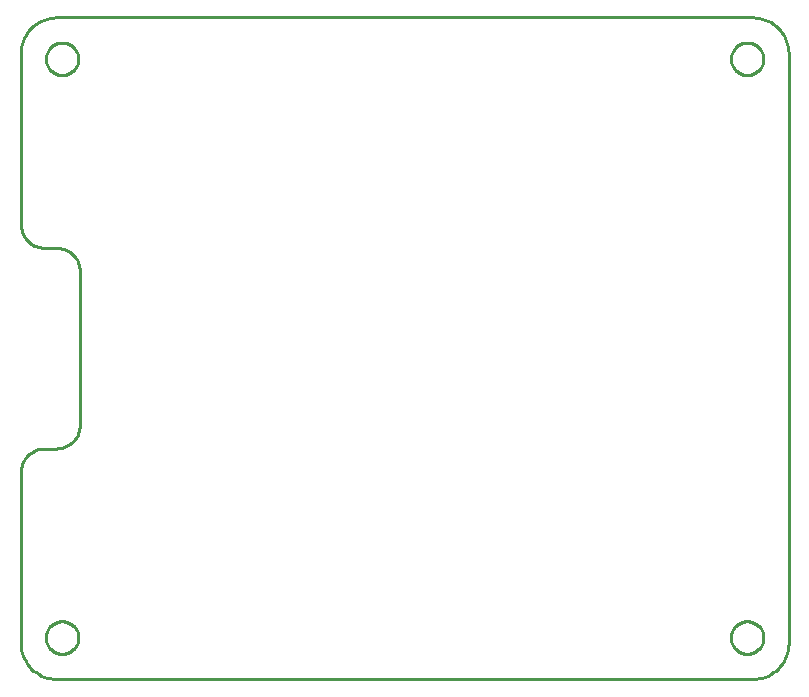
<source format=gbr>
G04 EAGLE Gerber RS-274X export*
G75*
%MOIN*%
%FSLAX34Y34*%
%LPD*%
%IN*%
%IPPOS*%
%AMOC8*
5,1,8,0,0,1.08239X$1,22.5*%
G01*
%ADD10C,0.010000*%


D10*
X0Y1181D02*
X4Y1078D01*
X18Y976D01*
X40Y875D01*
X71Y777D01*
X111Y682D01*
X158Y591D01*
X214Y504D01*
X276Y422D01*
X346Y346D01*
X422Y276D01*
X504Y214D01*
X591Y158D01*
X682Y111D01*
X777Y71D01*
X875Y40D01*
X976Y18D01*
X1078Y4D01*
X1181Y0D01*
X24409Y0D01*
X24512Y4D01*
X24615Y18D01*
X24715Y40D01*
X24813Y71D01*
X24909Y111D01*
X25000Y158D01*
X25087Y214D01*
X25169Y276D01*
X25245Y346D01*
X25314Y422D01*
X25377Y504D01*
X25432Y591D01*
X25480Y682D01*
X25519Y777D01*
X25550Y875D01*
X25573Y976D01*
X25586Y1078D01*
X25591Y1181D01*
X25591Y20866D01*
X25586Y20969D01*
X25573Y21071D01*
X25550Y21172D01*
X25519Y21270D01*
X25480Y21365D01*
X25432Y21457D01*
X25377Y21544D01*
X25314Y21625D01*
X25245Y21701D01*
X25169Y21771D01*
X25087Y21834D01*
X25000Y21889D01*
X24909Y21937D01*
X24813Y21976D01*
X24715Y22007D01*
X24615Y22029D01*
X24512Y22043D01*
X24409Y22047D01*
X1181Y22047D01*
X1078Y22043D01*
X976Y22029D01*
X875Y22007D01*
X777Y21976D01*
X682Y21937D01*
X591Y21889D01*
X504Y21834D01*
X422Y21771D01*
X346Y21701D01*
X276Y21625D01*
X214Y21544D01*
X158Y21457D01*
X111Y21365D01*
X71Y21270D01*
X40Y21172D01*
X18Y21071D01*
X4Y20969D01*
X0Y20866D01*
X0Y15157D01*
X3Y15089D01*
X12Y15021D01*
X27Y14954D01*
X47Y14888D01*
X74Y14825D01*
X105Y14764D01*
X142Y14706D01*
X184Y14651D01*
X231Y14601D01*
X281Y14554D01*
X336Y14512D01*
X394Y14476D01*
X455Y14444D01*
X518Y14418D01*
X584Y14397D01*
X651Y14382D01*
X719Y14373D01*
X787Y14370D01*
X1181Y14370D01*
X1250Y14367D01*
X1318Y14358D01*
X1385Y14343D01*
X1450Y14323D01*
X1514Y14296D01*
X1575Y14265D01*
X1633Y14228D01*
X1687Y14186D01*
X1738Y14139D01*
X1784Y14089D01*
X1826Y14034D01*
X1863Y13976D01*
X1895Y13915D01*
X1921Y13852D01*
X1942Y13786D01*
X1957Y13719D01*
X1966Y13651D01*
X1969Y13583D01*
X1969Y8465D01*
X1966Y8396D01*
X1957Y8328D01*
X1942Y8261D01*
X1921Y8195D01*
X1895Y8132D01*
X1863Y8071D01*
X1826Y8013D01*
X1784Y7958D01*
X1738Y7908D01*
X1687Y7861D01*
X1633Y7820D01*
X1575Y7783D01*
X1514Y7751D01*
X1450Y7725D01*
X1385Y7704D01*
X1318Y7689D01*
X1250Y7680D01*
X1181Y7677D01*
X787Y7677D01*
X719Y7674D01*
X651Y7665D01*
X584Y7650D01*
X518Y7630D01*
X455Y7603D01*
X394Y7572D01*
X336Y7535D01*
X281Y7493D01*
X231Y7447D01*
X184Y7396D01*
X142Y7341D01*
X105Y7283D01*
X74Y7223D01*
X47Y7159D01*
X27Y7094D01*
X12Y7026D01*
X3Y6958D01*
X0Y6890D01*
X0Y1181D01*
X1919Y1359D02*
X1917Y1320D01*
X1911Y1282D01*
X1903Y1244D01*
X1892Y1207D01*
X1878Y1171D01*
X1862Y1135D01*
X1844Y1102D01*
X1823Y1069D01*
X1800Y1038D01*
X1774Y1009D01*
X1747Y981D01*
X1718Y956D01*
X1687Y933D01*
X1654Y912D01*
X1620Y894D01*
X1585Y878D01*
X1549Y864D01*
X1512Y853D01*
X1474Y845D01*
X1436Y839D01*
X1397Y837D01*
X1359Y837D01*
X1320Y839D01*
X1282Y845D01*
X1244Y853D01*
X1207Y864D01*
X1171Y878D01*
X1135Y894D01*
X1102Y912D01*
X1069Y933D01*
X1038Y956D01*
X1009Y981D01*
X981Y1009D01*
X956Y1038D01*
X933Y1069D01*
X912Y1102D01*
X894Y1135D01*
X878Y1171D01*
X864Y1207D01*
X853Y1244D01*
X845Y1282D01*
X839Y1320D01*
X837Y1359D01*
X837Y1397D01*
X839Y1436D01*
X845Y1474D01*
X853Y1512D01*
X864Y1549D01*
X878Y1585D01*
X894Y1620D01*
X912Y1654D01*
X933Y1687D01*
X956Y1718D01*
X981Y1747D01*
X1009Y1774D01*
X1038Y1800D01*
X1069Y1823D01*
X1102Y1844D01*
X1135Y1862D01*
X1171Y1878D01*
X1207Y1892D01*
X1244Y1903D01*
X1282Y1911D01*
X1320Y1917D01*
X1359Y1919D01*
X1397Y1919D01*
X1436Y1917D01*
X1474Y1911D01*
X1512Y1903D01*
X1549Y1892D01*
X1585Y1878D01*
X1620Y1862D01*
X1654Y1844D01*
X1687Y1823D01*
X1718Y1800D01*
X1747Y1774D01*
X1774Y1747D01*
X1800Y1718D01*
X1823Y1687D01*
X1844Y1654D01*
X1862Y1620D01*
X1878Y1585D01*
X1892Y1549D01*
X1903Y1512D01*
X1911Y1474D01*
X1917Y1436D01*
X1919Y1397D01*
X1919Y1359D01*
X1919Y20650D02*
X1917Y20611D01*
X1911Y20573D01*
X1903Y20535D01*
X1892Y20498D01*
X1878Y20462D01*
X1862Y20427D01*
X1844Y20393D01*
X1823Y20360D01*
X1800Y20329D01*
X1774Y20300D01*
X1747Y20273D01*
X1718Y20248D01*
X1687Y20224D01*
X1654Y20203D01*
X1620Y20185D01*
X1585Y20169D01*
X1549Y20155D01*
X1512Y20144D01*
X1474Y20136D01*
X1436Y20131D01*
X1397Y20128D01*
X1359Y20128D01*
X1320Y20131D01*
X1282Y20136D01*
X1244Y20144D01*
X1207Y20155D01*
X1171Y20169D01*
X1135Y20185D01*
X1102Y20203D01*
X1069Y20224D01*
X1038Y20248D01*
X1009Y20273D01*
X981Y20300D01*
X956Y20329D01*
X933Y20360D01*
X912Y20393D01*
X894Y20427D01*
X878Y20462D01*
X864Y20498D01*
X853Y20535D01*
X845Y20573D01*
X839Y20611D01*
X837Y20650D01*
X837Y20689D01*
X839Y20727D01*
X845Y20765D01*
X853Y20803D01*
X864Y20840D01*
X878Y20877D01*
X894Y20912D01*
X912Y20946D01*
X933Y20978D01*
X956Y21009D01*
X981Y21038D01*
X1009Y21066D01*
X1038Y21091D01*
X1069Y21114D01*
X1102Y21135D01*
X1135Y21154D01*
X1171Y21170D01*
X1207Y21183D01*
X1244Y21194D01*
X1282Y21202D01*
X1320Y21208D01*
X1359Y21211D01*
X1397Y21211D01*
X1436Y21208D01*
X1474Y21202D01*
X1512Y21194D01*
X1549Y21183D01*
X1585Y21170D01*
X1620Y21154D01*
X1654Y21135D01*
X1687Y21114D01*
X1718Y21091D01*
X1747Y21066D01*
X1774Y21038D01*
X1800Y21009D01*
X1823Y20978D01*
X1844Y20946D01*
X1862Y20912D01*
X1878Y20877D01*
X1892Y20840D01*
X1903Y20803D01*
X1911Y20765D01*
X1917Y20727D01*
X1919Y20689D01*
X1919Y20650D01*
X24754Y1359D02*
X24751Y1320D01*
X24746Y1282D01*
X24737Y1244D01*
X24727Y1207D01*
X24713Y1171D01*
X24697Y1135D01*
X24678Y1102D01*
X24658Y1069D01*
X24634Y1038D01*
X24609Y1009D01*
X24582Y981D01*
X24552Y956D01*
X24522Y933D01*
X24489Y912D01*
X24455Y894D01*
X24420Y878D01*
X24384Y864D01*
X24347Y853D01*
X24309Y845D01*
X24271Y839D01*
X24232Y837D01*
X24193Y837D01*
X24155Y839D01*
X24116Y845D01*
X24079Y853D01*
X24042Y864D01*
X24005Y878D01*
X23970Y894D01*
X23936Y912D01*
X23904Y933D01*
X23873Y956D01*
X23843Y981D01*
X23816Y1009D01*
X23791Y1038D01*
X23768Y1069D01*
X23747Y1102D01*
X23728Y1135D01*
X23712Y1171D01*
X23699Y1207D01*
X23688Y1244D01*
X23680Y1282D01*
X23674Y1320D01*
X23671Y1359D01*
X23671Y1397D01*
X23674Y1436D01*
X23680Y1474D01*
X23688Y1512D01*
X23699Y1549D01*
X23712Y1585D01*
X23728Y1620D01*
X23747Y1654D01*
X23768Y1687D01*
X23791Y1718D01*
X23816Y1747D01*
X23843Y1774D01*
X23873Y1800D01*
X23904Y1823D01*
X23936Y1844D01*
X23970Y1862D01*
X24005Y1878D01*
X24042Y1892D01*
X24079Y1903D01*
X24116Y1911D01*
X24155Y1917D01*
X24193Y1919D01*
X24232Y1919D01*
X24271Y1917D01*
X24309Y1911D01*
X24347Y1903D01*
X24384Y1892D01*
X24420Y1878D01*
X24455Y1862D01*
X24489Y1844D01*
X24522Y1823D01*
X24552Y1800D01*
X24582Y1774D01*
X24609Y1747D01*
X24634Y1718D01*
X24658Y1687D01*
X24678Y1654D01*
X24697Y1620D01*
X24713Y1585D01*
X24727Y1549D01*
X24737Y1512D01*
X24746Y1474D01*
X24751Y1436D01*
X24754Y1397D01*
X24754Y1359D01*
X24754Y20650D02*
X24751Y20611D01*
X24746Y20573D01*
X24737Y20535D01*
X24727Y20498D01*
X24713Y20462D01*
X24697Y20427D01*
X24678Y20393D01*
X24658Y20360D01*
X24634Y20329D01*
X24609Y20300D01*
X24582Y20273D01*
X24552Y20248D01*
X24522Y20224D01*
X24489Y20203D01*
X24455Y20185D01*
X24420Y20169D01*
X24384Y20155D01*
X24347Y20144D01*
X24309Y20136D01*
X24271Y20131D01*
X24232Y20128D01*
X24193Y20128D01*
X24155Y20131D01*
X24116Y20136D01*
X24079Y20144D01*
X24042Y20155D01*
X24005Y20169D01*
X23970Y20185D01*
X23936Y20203D01*
X23904Y20224D01*
X23873Y20248D01*
X23843Y20273D01*
X23816Y20300D01*
X23791Y20329D01*
X23768Y20360D01*
X23747Y20393D01*
X23728Y20427D01*
X23712Y20462D01*
X23699Y20498D01*
X23688Y20535D01*
X23680Y20573D01*
X23674Y20611D01*
X23671Y20650D01*
X23671Y20689D01*
X23674Y20727D01*
X23680Y20765D01*
X23688Y20803D01*
X23699Y20840D01*
X23712Y20877D01*
X23728Y20912D01*
X23747Y20946D01*
X23768Y20978D01*
X23791Y21009D01*
X23816Y21038D01*
X23843Y21066D01*
X23873Y21091D01*
X23904Y21114D01*
X23936Y21135D01*
X23970Y21154D01*
X24005Y21170D01*
X24042Y21183D01*
X24079Y21194D01*
X24116Y21202D01*
X24155Y21208D01*
X24193Y21211D01*
X24232Y21211D01*
X24271Y21208D01*
X24309Y21202D01*
X24347Y21194D01*
X24384Y21183D01*
X24420Y21170D01*
X24455Y21154D01*
X24489Y21135D01*
X24522Y21114D01*
X24552Y21091D01*
X24582Y21066D01*
X24609Y21038D01*
X24634Y21009D01*
X24658Y20978D01*
X24678Y20946D01*
X24697Y20912D01*
X24713Y20877D01*
X24727Y20840D01*
X24737Y20803D01*
X24746Y20765D01*
X24751Y20727D01*
X24754Y20689D01*
X24754Y20650D01*
M02*

</source>
